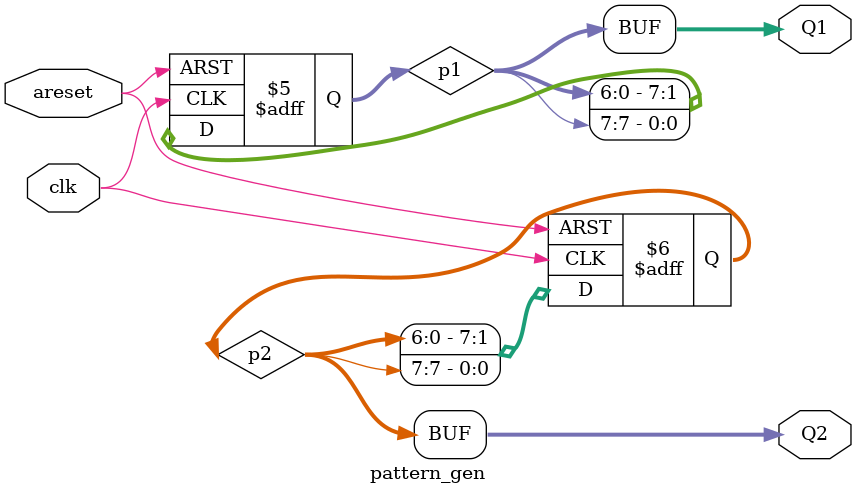
<source format=sv>
module pattern_gen(
   output logic [7:0] Q1,
   output logic [7:0] Q2,
   input logic clk,
   input logic areset);

logic [7:0] p1 = 8'd1;
logic [7:0] p2 = 8'h66;

assign Q1 = p1;
assign Q2 = p2;

always_ff @(posedge clk, negedge areset) begin
   if (areset == '0) begin
        p1 <= 8'd1;
        p2 <= 8'h66; 
   end else begin
      p1 <= {p1[6:0], p1[7]};
      p2 <= {p2[6:0], p2[7]};
   end
end


endmodule


</source>
